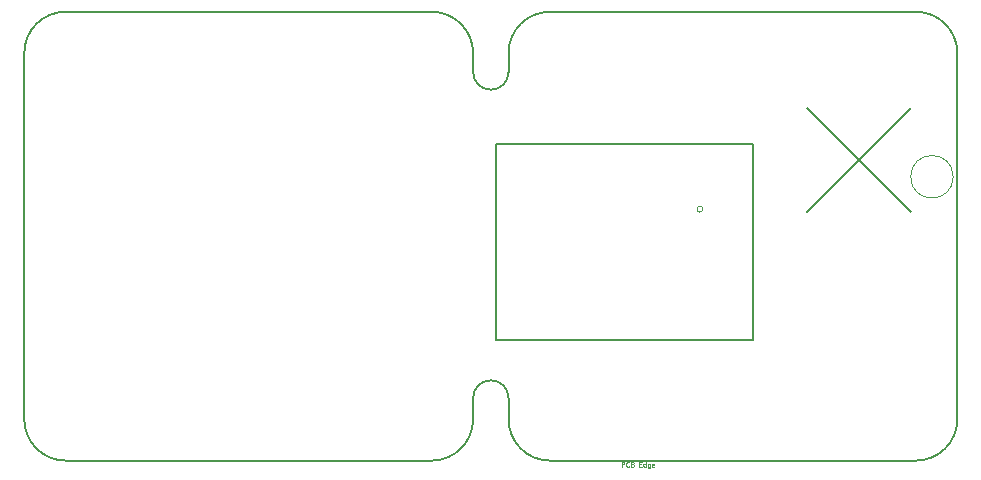
<source format=gbr>
%TF.GenerationSoftware,KiCad,Pcbnew,(6.0.1-0)*%
%TF.CreationDate,2022-02-22T17:31:55+01:00*%
%TF.ProjectId,ethersweep,65746865-7273-4776-9565-702e6b696361,2.0.1*%
%TF.SameCoordinates,Original*%
%TF.FileFunction,OtherDrawing,Comment*%
%FSLAX46Y46*%
G04 Gerber Fmt 4.6, Leading zero omitted, Abs format (unit mm)*
G04 Created by KiCad (PCBNEW (6.0.1-0)) date 2022-02-22 17:31:55*
%MOMM*%
%LPD*%
G01*
G04 APERTURE LIST*
%ADD10C,0.150000*%
%TA.AperFunction,Profile*%
%ADD11C,0.150000*%
%TD*%
%ADD12C,0.040000*%
%ADD13C,0.050000*%
%ADD14C,0.100000*%
G04 APERTURE END LIST*
D10*
X186000000Y-54500000D02*
X186000000Y-37900000D01*
X207800000Y-54500000D02*
X186000000Y-54500000D01*
X186000000Y-37900000D02*
X207800000Y-37900000D01*
X207800000Y-37900000D02*
X207800000Y-54500000D01*
X212350000Y-34820000D02*
X221150000Y-43620000D01*
X221150000Y-34820000D02*
X212350000Y-43620000D01*
D11*
X184100000Y-31800000D02*
X184100000Y-30200000D01*
X184100000Y-60700000D02*
X184100000Y-59400000D01*
X180600000Y-26700000D02*
X149600000Y-26700000D01*
X149600000Y-26700000D02*
G75*
G03*
X146100000Y-30200000I-1J-3499999D01*
G01*
X184100000Y-30200000D02*
G75*
G03*
X180600000Y-26700000I-3499999J1D01*
G01*
X180600000Y-64700000D02*
G75*
G03*
X184100000Y-61200000I1J3499999D01*
G01*
X146100000Y-30200000D02*
X146100000Y-61200000D01*
X149600000Y-64700000D02*
X180600000Y-64700000D01*
X146100000Y-61200000D02*
G75*
G03*
X149600000Y-64700000I3499999J-1D01*
G01*
X184100000Y-61200000D02*
X184100000Y-60700000D01*
X225100000Y-61200000D02*
X225100000Y-30200000D01*
X190600000Y-64700000D02*
X221600000Y-64700000D01*
X187100000Y-61200000D02*
G75*
G03*
X190600000Y-64700000I3499999J-1D01*
G01*
X221600000Y-64700000D02*
G75*
G03*
X225100000Y-61200000I1J3499999D01*
G01*
X190600000Y-26700000D02*
G75*
G03*
X187100000Y-30200000I-1J-3499999D01*
G01*
X190600000Y-26700000D02*
X221600000Y-26700000D01*
X187100000Y-30200000D02*
X187100000Y-30700000D01*
X187100000Y-61200000D02*
X187100000Y-59400000D01*
X187100000Y-31800000D02*
X187100000Y-30700000D01*
X225100000Y-30200000D02*
G75*
G03*
X221600000Y-26700000I-3499999J1D01*
G01*
X184099404Y-31800002D02*
G75*
G03*
X187100000Y-31800000I1500298J-298D01*
G01*
X187100596Y-59399998D02*
G75*
G03*
X184100000Y-59400000I-1500298J298D01*
G01*
D12*
X196678571Y-65220952D02*
X196678571Y-64820952D01*
X196830952Y-64820952D01*
X196869047Y-64840000D01*
X196888095Y-64859047D01*
X196907142Y-64897142D01*
X196907142Y-64954285D01*
X196888095Y-64992380D01*
X196869047Y-65011428D01*
X196830952Y-65030476D01*
X196678571Y-65030476D01*
X197307142Y-65182857D02*
X197288095Y-65201904D01*
X197230952Y-65220952D01*
X197192857Y-65220952D01*
X197135714Y-65201904D01*
X197097619Y-65163809D01*
X197078571Y-65125714D01*
X197059523Y-65049523D01*
X197059523Y-64992380D01*
X197078571Y-64916190D01*
X197097619Y-64878095D01*
X197135714Y-64840000D01*
X197192857Y-64820952D01*
X197230952Y-64820952D01*
X197288095Y-64840000D01*
X197307142Y-64859047D01*
X197611904Y-65011428D02*
X197669047Y-65030476D01*
X197688095Y-65049523D01*
X197707142Y-65087619D01*
X197707142Y-65144761D01*
X197688095Y-65182857D01*
X197669047Y-65201904D01*
X197630952Y-65220952D01*
X197478571Y-65220952D01*
X197478571Y-64820952D01*
X197611904Y-64820952D01*
X197650000Y-64840000D01*
X197669047Y-64859047D01*
X197688095Y-64897142D01*
X197688095Y-64935238D01*
X197669047Y-64973333D01*
X197650000Y-64992380D01*
X197611904Y-65011428D01*
X197478571Y-65011428D01*
X198183333Y-65011428D02*
X198316666Y-65011428D01*
X198373809Y-65220952D02*
X198183333Y-65220952D01*
X198183333Y-64820952D01*
X198373809Y-64820952D01*
X198716666Y-65220952D02*
X198716666Y-64820952D01*
X198716666Y-65201904D02*
X198678571Y-65220952D01*
X198602380Y-65220952D01*
X198564285Y-65201904D01*
X198545238Y-65182857D01*
X198526190Y-65144761D01*
X198526190Y-65030476D01*
X198545238Y-64992380D01*
X198564285Y-64973333D01*
X198602380Y-64954285D01*
X198678571Y-64954285D01*
X198716666Y-64973333D01*
X199078571Y-64954285D02*
X199078571Y-65278095D01*
X199059523Y-65316190D01*
X199040476Y-65335238D01*
X199002380Y-65354285D01*
X198945238Y-65354285D01*
X198907142Y-65335238D01*
X199078571Y-65201904D02*
X199040476Y-65220952D01*
X198964285Y-65220952D01*
X198926190Y-65201904D01*
X198907142Y-65182857D01*
X198888095Y-65144761D01*
X198888095Y-65030476D01*
X198907142Y-64992380D01*
X198926190Y-64973333D01*
X198964285Y-64954285D01*
X199040476Y-64954285D01*
X199078571Y-64973333D01*
X199421428Y-65201904D02*
X199383333Y-65220952D01*
X199307142Y-65220952D01*
X199269047Y-65201904D01*
X199250000Y-65163809D01*
X199250000Y-65011428D01*
X199269047Y-64973333D01*
X199307142Y-64954285D01*
X199383333Y-64954285D01*
X199421428Y-64973333D01*
X199440476Y-65011428D01*
X199440476Y-65049523D01*
X199250000Y-65087619D01*
D13*
X224750000Y-40670000D02*
G75*
G03*
X224750000Y-40670000I-1800000J0D01*
G01*
D14*
X203560000Y-43414000D02*
G75*
G03*
X203560000Y-43414000I-254000J0D01*
G01*
M02*

</source>
